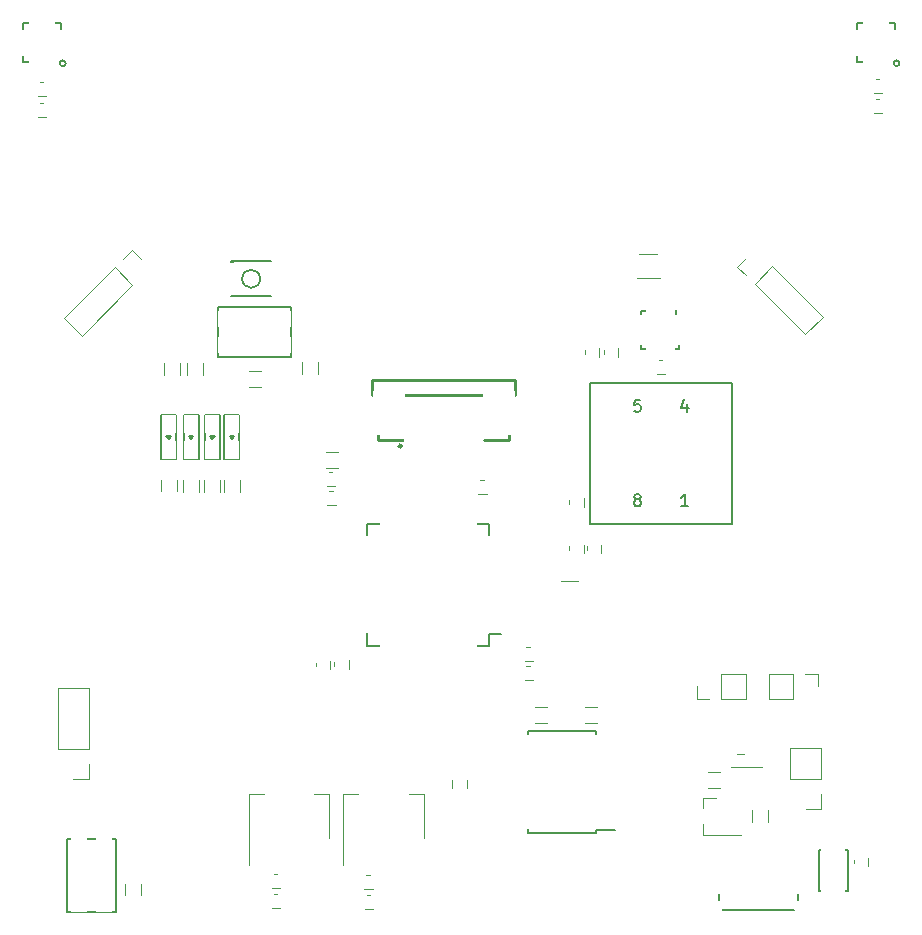
<source format=gto>
G04 #@! TF.GenerationSoftware,KiCad,Pcbnew,(5.0.0)*
G04 #@! TF.CreationDate,2020-04-07T20:50:25+09:00*
G04 #@! TF.ProjectId,rokisi,726F6B6973692E6B696361645F706362,rev?*
G04 #@! TF.SameCoordinates,PX41cdb40PY30a32c0*
G04 #@! TF.FileFunction,Legend,Top*
G04 #@! TF.FilePolarity,Positive*
%FSLAX46Y46*%
G04 Gerber Fmt 4.6, Leading zero omitted, Abs format (unit mm)*
G04 Created by KiCad (PCBNEW (5.0.0)) date 04/07/20 20:50:25*
%MOMM*%
%LPD*%
G01*
G04 APERTURE LIST*
%ADD10C,0.150000*%
%ADD11C,0.120000*%
%ADD12C,0.254000*%
%ADD13R,2.900000X1.400000*%
%ADD14C,1.924000*%
%ADD15R,1.300000X1.600000*%
%ADD16R,2.100000X2.100000*%
%ADD17O,2.100000X2.100000*%
%ADD18R,1.600000X1.300000*%
%ADD19R,0.700000X1.900000*%
%ADD20R,2.700000X3.700000*%
%ADD21R,1.100000X1.700000*%
%ADD22R,1.600000X1.200000*%
%ADD23R,1.900000X2.400000*%
%ADD24R,4.200000X2.400000*%
%ADD25R,2.150000X0.850000*%
%ADD26R,2.000000X0.650000*%
%ADD27R,0.650000X2.000000*%
%ADD28R,2.300000X1.200000*%
%ADD29R,1.600000X1.150000*%
%ADD30R,2.400000X2.000000*%
%ADD31R,1.150000X1.600000*%
%ADD32O,1.750000X1.750000*%
%ADD33R,1.750000X1.750000*%
%ADD34R,1.700000X1.300000*%
%ADD35R,1.400000X2.900000*%
%ADD36R,1.200000X1.400000*%
%ADD37C,1.750000*%
%ADD38C,1.750000*%
%ADD39C,0.100000*%
%ADD40R,2.100000X1.400000*%
%ADD41R,2.000000X1.400000*%
%ADD42R,1.400000X2.000000*%
%ADD43R,3.000000X1.000000*%
%ADD44O,1.350000X0.700000*%
%ADD45O,0.700000X1.350000*%
%ADD46R,0.600000X1.100000*%
%ADD47R,1.100000X0.600000*%
G04 APERTURE END LIST*
D10*
G04 #@! TO.C,U12*
X63400000Y-35300000D02*
X63400000Y-47300000D01*
X63400000Y-47300000D02*
X51400000Y-47300000D01*
X51400000Y-47300000D02*
X51400000Y-35300000D01*
X51400000Y-35300000D02*
X63400000Y-35300000D01*
G04 #@! TO.C,D4*
X18252930Y-41744366D02*
X18252930Y-38061366D01*
X18252930Y-41744366D02*
X16982930Y-41744366D01*
X16982930Y-41744366D02*
X16982930Y-38124866D01*
X16982930Y-38124866D02*
X16982930Y-38061366D01*
X16982930Y-38061366D02*
X18252930Y-38061366D01*
X17617930Y-40029866D02*
X17617930Y-39775866D01*
X17427430Y-39775866D02*
X17617930Y-40093366D01*
X17617930Y-40093366D02*
X17808430Y-39775866D01*
X17808430Y-39775866D02*
X17427430Y-39775866D01*
G04 #@! TO.C,D3*
X21702930Y-41744366D02*
X21702930Y-38061366D01*
X21702930Y-41744366D02*
X20432930Y-41744366D01*
X20432930Y-41744366D02*
X20432930Y-38124866D01*
X20432930Y-38124866D02*
X20432930Y-38061366D01*
X20432930Y-38061366D02*
X21702930Y-38061366D01*
X21067930Y-40029866D02*
X21067930Y-39775866D01*
X20877430Y-39775866D02*
X21067930Y-40093366D01*
X21067930Y-40093366D02*
X21258430Y-39775866D01*
X21258430Y-39775866D02*
X20877430Y-39775866D01*
G04 #@! TO.C,D5*
X19608430Y-39775866D02*
X19227430Y-39775866D01*
X19417930Y-40093366D02*
X19608430Y-39775866D01*
X19227430Y-39775866D02*
X19417930Y-40093366D01*
X19417930Y-40029866D02*
X19417930Y-39775866D01*
X18782930Y-38061366D02*
X20052930Y-38061366D01*
X18782930Y-38124866D02*
X18782930Y-38061366D01*
X18782930Y-41744366D02*
X18782930Y-38124866D01*
X20052930Y-41744366D02*
X18782930Y-41744366D01*
X20052930Y-41744366D02*
X20052930Y-38061366D01*
G04 #@! TO.C,D6*
X15908430Y-39775866D02*
X15527430Y-39775866D01*
X15717930Y-40093366D02*
X15908430Y-39775866D01*
X15527430Y-39775866D02*
X15717930Y-40093366D01*
X15717930Y-40029866D02*
X15717930Y-39775866D01*
X15082930Y-38061366D02*
X16352930Y-38061366D01*
X15082930Y-38124866D02*
X15082930Y-38061366D01*
X15082930Y-41744366D02*
X15082930Y-38124866D01*
X16352930Y-41744366D02*
X15082930Y-41744366D01*
X16352930Y-41744366D02*
X16352930Y-38061366D01*
D11*
G04 #@! TO.C,R14*
X20387930Y-44552866D02*
X20387930Y-43552866D01*
X21747930Y-43552866D02*
X21747930Y-44552866D01*
G04 #@! TO.C,R15*
X16937930Y-44552866D02*
X16937930Y-43552866D01*
X18297930Y-43552866D02*
X18297930Y-44552866D01*
G04 #@! TO.C,R16*
X20097930Y-43552866D02*
X20097930Y-44552866D01*
X18737930Y-44552866D02*
X18737930Y-43552866D01*
G04 #@! TO.C,R17*
X15037930Y-44502866D02*
X15037930Y-43502866D01*
X16397930Y-43502866D02*
X16397930Y-44502866D01*
G04 #@! TO.C,CN1*
X70980000Y-66230000D02*
X68320000Y-66230000D01*
X70980000Y-68830000D02*
X70980000Y-66230000D01*
X68320000Y-68830000D02*
X68320000Y-66230000D01*
X70980000Y-68830000D02*
X68320000Y-68830000D01*
X70980000Y-70100000D02*
X70980000Y-71430000D01*
X70980000Y-71430000D02*
X69650000Y-71430000D01*
G04 #@! TO.C,D1*
X65950000Y-67800000D02*
X65950000Y-66700000D01*
X65950000Y-66700000D02*
X63350000Y-66700000D01*
X65950000Y-67800000D02*
X63350000Y-67800000D01*
D12*
G04 #@! TO.C,J4*
X32950000Y-36375000D02*
X32950000Y-35075000D01*
X32950000Y-35075000D02*
X45050000Y-35075000D01*
X45050000Y-35075000D02*
X45050000Y-36375000D01*
X44550000Y-40143000D02*
X42381000Y-40143000D01*
X35619000Y-40143000D02*
X33412000Y-40143000D01*
X33412000Y-40143000D02*
X33412000Y-39706000D01*
X32950000Y-36375000D02*
X32969000Y-36375000D01*
X35731000Y-36375000D02*
X42269000Y-36375000D01*
X45031000Y-36375000D02*
X45050000Y-36375000D01*
X44550000Y-40143000D02*
X44550000Y-39706000D01*
X35444000Y-40651000D02*
G75*
G03X35444000Y-40651000I-127000J0D01*
G01*
D11*
G04 #@! TO.C,R2*
X66430000Y-71500000D02*
X66430000Y-72500000D01*
X65070000Y-72500000D02*
X65070000Y-71500000D01*
G04 #@! TO.C,R4*
X61400000Y-68220000D02*
X62400000Y-68220000D01*
X62400000Y-69580000D02*
X61400000Y-69580000D01*
D10*
G04 #@! TO.C,U1*
X62590000Y-79976000D02*
X68690000Y-79976000D01*
X62290000Y-78576000D02*
X62290000Y-79176000D01*
X68990000Y-78576000D02*
X68990000Y-79176000D01*
D11*
G04 #@! TO.C,U2*
X30490000Y-76100000D02*
X30490000Y-70090000D01*
X37310000Y-73850000D02*
X37310000Y-70090000D01*
X30490000Y-70090000D02*
X31750000Y-70090000D01*
X37310000Y-70090000D02*
X36050000Y-70090000D01*
G04 #@! TO.C,U3*
X29310000Y-70090000D02*
X28050000Y-70090000D01*
X22490000Y-70090000D02*
X23750000Y-70090000D01*
X29310000Y-73850000D02*
X29310000Y-70090000D01*
X22490000Y-76100000D02*
X22490000Y-70090000D01*
D10*
G04 #@! TO.C,U7*
X51875000Y-73425000D02*
X51875000Y-73200000D01*
X46125000Y-73425000D02*
X46125000Y-73125000D01*
X46125000Y-64775000D02*
X46125000Y-65075000D01*
X51875000Y-64775000D02*
X51875000Y-65075000D01*
X51875000Y-73425000D02*
X46125000Y-73425000D01*
X51875000Y-64775000D02*
X46125000Y-64775000D01*
X51875000Y-73200000D02*
X53475000Y-73200000D01*
G04 #@! TO.C,U8*
X42875000Y-57575000D02*
X42875000Y-56575000D01*
X32525000Y-57575000D02*
X32525000Y-56500000D01*
X32525000Y-47225000D02*
X32525000Y-48300000D01*
X42875000Y-47225000D02*
X42875000Y-48300000D01*
X42875000Y-57575000D02*
X41800000Y-57575000D01*
X42875000Y-47225000D02*
X41800000Y-47225000D01*
X32525000Y-47225000D02*
X33600000Y-47225000D01*
X32525000Y-57575000D02*
X33600000Y-57575000D01*
X42875000Y-56575000D02*
X43900000Y-56575000D01*
D11*
G04 #@! TO.C,Q1*
X60990000Y-70420000D02*
X60990000Y-71350000D01*
X60990000Y-73580000D02*
X60990000Y-72650000D01*
X60990000Y-73580000D02*
X64150000Y-73580000D01*
X60990000Y-70420000D02*
X62450000Y-70420000D01*
G04 #@! TO.C,C1*
X45853980Y-59256809D02*
X46553980Y-59256809D01*
X46553980Y-60456809D02*
X45853980Y-60456809D01*
G04 #@! TO.C,C2*
X45853980Y-57656809D02*
X46553980Y-57656809D01*
X46553980Y-58856809D02*
X45853980Y-58856809D01*
G04 #@! TO.C,C3*
X32350000Y-78700000D02*
X33050000Y-78700000D01*
X33050000Y-79900000D02*
X32350000Y-79900000D01*
G04 #@! TO.C,C4*
X33000000Y-78200000D02*
X32300000Y-78200000D01*
X32300000Y-77000000D02*
X33000000Y-77000000D01*
G04 #@! TO.C,C5*
X25150000Y-79800000D02*
X24450000Y-79800000D01*
X24450000Y-78600000D02*
X25150000Y-78600000D01*
G04 #@! TO.C,C6*
X24450000Y-76900000D02*
X25150000Y-76900000D01*
X25150000Y-78100000D02*
X24450000Y-78100000D01*
G04 #@! TO.C,C7*
X55350000Y-26470000D02*
X57350000Y-26470000D01*
X57350000Y-24430000D02*
X55350000Y-24430000D01*
G04 #@! TO.C,C8*
X29750000Y-59500000D02*
X29750000Y-58800000D01*
X30950000Y-58800000D02*
X30950000Y-59500000D01*
G04 #@! TO.C,C9*
X28200000Y-59550000D02*
X28200000Y-58850000D01*
X29400000Y-58850000D02*
X29400000Y-59550000D01*
G04 #@! TO.C,C10*
X74950000Y-75550000D02*
X74950000Y-76250000D01*
X73750000Y-76250000D02*
X73750000Y-75550000D01*
G04 #@! TO.C,C11*
X51150000Y-49700000D02*
X51150000Y-49000000D01*
X52350000Y-49000000D02*
X52350000Y-49700000D01*
G04 #@! TO.C,C12*
X50850000Y-49000000D02*
X50850000Y-49700000D01*
X49650000Y-49700000D02*
X49650000Y-49000000D01*
G04 #@! TO.C,C13*
X75450000Y-11300000D02*
X76150000Y-11300000D01*
X76150000Y-12500000D02*
X75450000Y-12500000D01*
G04 #@! TO.C,C14*
X4650000Y-11600000D02*
X5350000Y-11600000D01*
X5350000Y-12800000D02*
X4650000Y-12800000D01*
G04 #@! TO.C,C15*
X75450000Y-9600000D02*
X76150000Y-9600000D01*
X76150000Y-10800000D02*
X75450000Y-10800000D01*
G04 #@! TO.C,C16*
X29800000Y-44050000D02*
X29100000Y-44050000D01*
X29100000Y-42850000D02*
X29800000Y-42850000D01*
G04 #@! TO.C,C17*
X29850000Y-45650000D02*
X29150000Y-45650000D01*
X29150000Y-44450000D02*
X29850000Y-44450000D01*
G04 #@! TO.C,C18*
X4650000Y-9800000D02*
X5350000Y-9800000D01*
X5350000Y-11000000D02*
X4650000Y-11000000D01*
G04 #@! TO.C,C19*
X41950000Y-43500000D02*
X42650000Y-43500000D01*
X42650000Y-44700000D02*
X41950000Y-44700000D01*
G04 #@! TO.C,C20*
X49650000Y-45800000D02*
X49650000Y-45100000D01*
X50850000Y-45100000D02*
X50850000Y-45800000D01*
G04 #@! TO.C,C21*
X53800000Y-32400000D02*
X53800000Y-33100000D01*
X52600000Y-33100000D02*
X52600000Y-32400000D01*
G04 #@! TO.C,C22*
X57050000Y-33400000D02*
X57750000Y-33400000D01*
X57750000Y-34600000D02*
X57050000Y-34600000D01*
G04 #@! TO.C,C23*
X50950000Y-33100000D02*
X50950000Y-32400000D01*
X52150000Y-32400000D02*
X52150000Y-33100000D01*
G04 #@! TO.C,CN2*
X70660000Y-59940000D02*
X70660000Y-61000000D01*
X69600000Y-59940000D02*
X70660000Y-59940000D01*
X68600000Y-59940000D02*
X68600000Y-62060000D01*
X68600000Y-62060000D02*
X66540000Y-62060000D01*
X68600000Y-59940000D02*
X66540000Y-59940000D01*
X66540000Y-59940000D02*
X66540000Y-62060000D01*
G04 #@! TO.C,CN3*
X64560000Y-62060000D02*
X64560000Y-59940000D01*
X62500000Y-62060000D02*
X64560000Y-62060000D01*
X62500000Y-59940000D02*
X64560000Y-59940000D01*
X62500000Y-62060000D02*
X62500000Y-59940000D01*
X61500000Y-62060000D02*
X60440000Y-62060000D01*
X60440000Y-62060000D02*
X60440000Y-61000000D01*
D10*
G04 #@! TO.C,D2*
X21000000Y-25000000D02*
X21000000Y-25254000D01*
X21000000Y-25254000D02*
X21254000Y-25000000D01*
X21000000Y-25000000D02*
X21254000Y-25000000D01*
X21200000Y-25000000D02*
X21000000Y-25200000D01*
X23461577Y-26500000D02*
G75*
G03X23461577Y-26500000I-761577J0D01*
G01*
X21000000Y-25000000D02*
X24400000Y-25000000D01*
X24400000Y-28000000D02*
X21000000Y-28000000D01*
D11*
G04 #@! TO.C,J8*
X12614214Y-24086720D02*
X13363747Y-24836253D01*
X11864681Y-24836253D02*
X12614214Y-24086720D01*
X11157574Y-25543360D02*
X12656640Y-27042426D01*
X12656640Y-27042426D02*
X8371573Y-31327493D01*
X11157574Y-25543360D02*
X6872507Y-29828427D01*
X6872507Y-29828427D02*
X8371573Y-31327493D01*
G04 #@! TO.C,J11*
X69614214Y-31213280D02*
X71113280Y-29714214D01*
X65329147Y-26928213D02*
X69614214Y-31213280D01*
X66828213Y-25429147D02*
X71113280Y-29714214D01*
X65329147Y-26928213D02*
X66828213Y-25429147D01*
X64622040Y-26221106D02*
X63872507Y-25471573D01*
X63872507Y-25471573D02*
X64622040Y-24722040D01*
G04 #@! TO.C,J12*
X8980000Y-61140000D02*
X6320000Y-61140000D01*
X8980000Y-66280000D02*
X8980000Y-61140000D01*
X6320000Y-66280000D02*
X6320000Y-61140000D01*
X8980000Y-66280000D02*
X6320000Y-66280000D01*
X8980000Y-67550000D02*
X8980000Y-68880000D01*
X8980000Y-68880000D02*
X7650000Y-68880000D01*
G04 #@! TO.C,R3*
X46750000Y-62770000D02*
X47750000Y-62770000D01*
X47750000Y-64130000D02*
X46750000Y-64130000D01*
G04 #@! TO.C,R5*
X51950000Y-64130000D02*
X50950000Y-64130000D01*
X50950000Y-62770000D02*
X51950000Y-62770000D01*
G04 #@! TO.C,R8*
X30050000Y-42530000D02*
X29050000Y-42530000D01*
X29050000Y-41170000D02*
X30050000Y-41170000D01*
G04 #@! TO.C,R9*
X22500000Y-34320000D02*
X23500000Y-34320000D01*
X23500000Y-35680000D02*
X22500000Y-35680000D01*
G04 #@! TO.C,R10*
X16680000Y-33650001D02*
X16680000Y-34650001D01*
X15320000Y-34650001D02*
X15320000Y-33650001D01*
G04 #@! TO.C,R11*
X28380000Y-33550000D02*
X28380000Y-34550000D01*
X27020000Y-34550000D02*
X27020000Y-33550000D01*
G04 #@! TO.C,R12*
X13380000Y-77700000D02*
X13380000Y-78700000D01*
X12020000Y-78700000D02*
X12020000Y-77700000D01*
G04 #@! TO.C,R13*
X17270000Y-34650000D02*
X17270000Y-33650000D01*
X18630000Y-33650000D02*
X18630000Y-34650000D01*
D10*
G04 #@! TO.C,SW1*
X73200000Y-74900000D02*
X72950000Y-74900000D01*
X73250000Y-74900000D02*
X73250000Y-78300000D01*
X73250000Y-78300000D02*
X72950000Y-78300000D01*
X73150000Y-74900000D02*
X73250000Y-74900000D01*
X70750000Y-78300000D02*
X70750000Y-74900000D01*
X70750000Y-74900000D02*
X71050000Y-74900000D01*
X70750000Y-78300000D02*
X71050000Y-78300000D01*
G04 #@! TO.C,SW2*
X19900000Y-28900000D02*
X26100000Y-28900000D01*
X26100000Y-28900000D02*
X26100000Y-33100000D01*
X26100000Y-33100000D02*
X19900000Y-33100000D01*
X19900000Y-33100000D02*
X19900000Y-28900000D01*
G04 #@! TO.C,SW3*
X11300000Y-80100000D02*
X7100000Y-80100000D01*
X11300000Y-73900000D02*
X11300000Y-80100000D01*
X7100000Y-73900000D02*
X11300000Y-73900000D01*
X7100000Y-80100000D02*
X7100000Y-73900000D01*
G04 #@! TO.C,U4*
X48900000Y-52200000D02*
X50500000Y-52200000D01*
X48900000Y-55600000D02*
X50500000Y-55600000D01*
G04 #@! TO.C,U9*
X77600000Y-8250000D02*
G75*
G03X77600000Y-8250000I-250000J0D01*
G01*
X73975000Y-8125000D02*
X73975000Y-7625000D01*
X77225000Y-4875000D02*
X77225000Y-5375000D01*
X73975000Y-4875000D02*
X73975000Y-5375000D01*
X77225000Y-4875000D02*
X76725000Y-4875000D01*
X73975000Y-4875000D02*
X74475000Y-4875000D01*
X73975000Y-8125000D02*
X74475000Y-8125000D01*
G04 #@! TO.C,U10*
X3375000Y-8125000D02*
X3875000Y-8125000D01*
X3375000Y-4875000D02*
X3875000Y-4875000D01*
X6625000Y-4875000D02*
X6125000Y-4875000D01*
X3375000Y-4875000D02*
X3375000Y-5375000D01*
X6625000Y-4875000D02*
X6625000Y-5375000D01*
X3375000Y-8125000D02*
X3375000Y-7625000D01*
X7000000Y-8250000D02*
G75*
G03X7000000Y-8250000I-250000J0D01*
G01*
G04 #@! TO.C,U11*
X55750000Y-29250000D02*
X56150000Y-29250000D01*
X55750000Y-29250000D02*
X55750000Y-29650000D01*
X55750000Y-32450000D02*
X56150000Y-32450000D01*
X55750000Y-32450000D02*
X55750000Y-32050000D01*
X58950000Y-32450000D02*
X58550000Y-32450000D01*
X58950000Y-32450000D02*
X58950000Y-32050000D01*
X58650000Y-29150000D02*
X58650000Y-29550000D01*
D11*
G04 #@! TO.C,C24*
X40950000Y-68900000D02*
X40950000Y-69600000D01*
X39750000Y-69600000D02*
X39750000Y-68900000D01*
G04 #@! TO.C,U12*
D10*
X55304761Y-45180952D02*
X55209523Y-45133333D01*
X55161904Y-45085714D01*
X55114285Y-44990476D01*
X55114285Y-44942857D01*
X55161904Y-44847619D01*
X55209523Y-44800000D01*
X55304761Y-44752380D01*
X55495238Y-44752380D01*
X55590476Y-44800000D01*
X55638095Y-44847619D01*
X55685714Y-44942857D01*
X55685714Y-44990476D01*
X55638095Y-45085714D01*
X55590476Y-45133333D01*
X55495238Y-45180952D01*
X55304761Y-45180952D01*
X55209523Y-45228571D01*
X55161904Y-45276190D01*
X55114285Y-45371428D01*
X55114285Y-45561904D01*
X55161904Y-45657142D01*
X55209523Y-45704761D01*
X55304761Y-45752380D01*
X55495238Y-45752380D01*
X55590476Y-45704761D01*
X55638095Y-45657142D01*
X55685714Y-45561904D01*
X55685714Y-45371428D01*
X55638095Y-45276190D01*
X55590476Y-45228571D01*
X55495238Y-45180952D01*
X55638095Y-36752380D02*
X55161904Y-36752380D01*
X55114285Y-37228571D01*
X55161904Y-37180952D01*
X55257142Y-37133333D01*
X55495238Y-37133333D01*
X55590476Y-37180952D01*
X55638095Y-37228571D01*
X55685714Y-37323809D01*
X55685714Y-37561904D01*
X55638095Y-37657142D01*
X55590476Y-37704761D01*
X55495238Y-37752380D01*
X55257142Y-37752380D01*
X55161904Y-37704761D01*
X55114285Y-37657142D01*
X59590476Y-37085714D02*
X59590476Y-37752380D01*
X59352380Y-36704761D02*
X59114285Y-37419047D01*
X59733333Y-37419047D01*
X59685714Y-45752380D02*
X59114285Y-45752380D01*
X59400000Y-45752380D02*
X59400000Y-44752380D01*
X59304761Y-44895238D01*
X59209523Y-44990476D01*
X59114285Y-45038095D01*
G04 #@! TD*
%LPC*%
D13*
G04 #@! TO.C,J1*
X7250000Y-16400000D03*
X2750000Y-16400000D03*
G04 #@! TD*
D14*
G04 #@! TO.C,U12*
X61400000Y-44920000D03*
X61400000Y-42380000D03*
X61400000Y-39840000D03*
X61400000Y-37300000D03*
X53780000Y-37300000D03*
X53780000Y-39840000D03*
X53780000Y-42380000D03*
X53780000Y-44920000D03*
G04 #@! TD*
D15*
G04 #@! TO.C,D4*
X17617930Y-41002866D03*
X17617930Y-38802866D03*
G04 #@! TD*
G04 #@! TO.C,D3*
X21067930Y-41002866D03*
X21067930Y-38802866D03*
G04 #@! TD*
G04 #@! TO.C,D5*
X19417930Y-38802866D03*
X19417930Y-41002866D03*
G04 #@! TD*
G04 #@! TO.C,D6*
X15717930Y-38802866D03*
X15717930Y-41002866D03*
G04 #@! TD*
G04 #@! TO.C,R14*
X21067930Y-42952866D03*
X21067930Y-45152866D03*
G04 #@! TD*
G04 #@! TO.C,R15*
X17617930Y-42952866D03*
X17617930Y-45152866D03*
G04 #@! TD*
G04 #@! TO.C,R16*
X19417930Y-45152866D03*
X19417930Y-42952866D03*
G04 #@! TD*
G04 #@! TO.C,R17*
X15717930Y-42902866D03*
X15717930Y-45102866D03*
G04 #@! TD*
D16*
G04 #@! TO.C,CN1*
X69650000Y-70100000D03*
D17*
X69650000Y-67560000D03*
G04 #@! TD*
D18*
G04 #@! TO.C,D1*
X65250000Y-67250000D03*
X63050000Y-67250000D03*
G04 #@! TD*
D19*
G04 #@! TO.C,J4*
X36000000Y-40275000D03*
X36500000Y-40275000D03*
X37000000Y-40275000D03*
X37500000Y-40275000D03*
X38000000Y-40275000D03*
X38500000Y-40275000D03*
D20*
X43650000Y-37825000D03*
X34350000Y-37825000D03*
D19*
X39000000Y-40275000D03*
X40000000Y-40275000D03*
X40500000Y-40275000D03*
X39500000Y-40275000D03*
X41000000Y-40275000D03*
X41500000Y-40275000D03*
X42000000Y-40275000D03*
G04 #@! TD*
D15*
G04 #@! TO.C,R2*
X65750000Y-73100000D03*
X65750000Y-70900000D03*
G04 #@! TD*
D18*
G04 #@! TO.C,R4*
X63000000Y-68900000D03*
X60800000Y-68900000D03*
G04 #@! TD*
D21*
G04 #@! TO.C,U1*
X63290000Y-77276000D03*
X66290000Y-77276000D03*
X67790000Y-77276000D03*
D22*
X69490000Y-77976000D03*
X61790000Y-77976000D03*
X69490000Y-79776000D03*
X61790000Y-79776000D03*
D14*
X67100000Y-78900000D03*
X64052000Y-78900000D03*
G04 #@! TD*
D23*
G04 #@! TO.C,U2*
X31600000Y-75150000D03*
X36200000Y-75150000D03*
X33900000Y-75150000D03*
D24*
X33900000Y-68850000D03*
G04 #@! TD*
G04 #@! TO.C,U3*
X25900000Y-68850000D03*
D23*
X25900000Y-75150000D03*
X28200000Y-75150000D03*
X23600000Y-75150000D03*
G04 #@! TD*
D25*
G04 #@! TO.C,U7*
X52600000Y-72675000D03*
X52600000Y-72025000D03*
X52600000Y-71375000D03*
X52600000Y-70725000D03*
X52600000Y-70075000D03*
X52600000Y-69425000D03*
X52600000Y-68775000D03*
X52600000Y-68125000D03*
X52600000Y-67475000D03*
X52600000Y-66825000D03*
X52600000Y-66175000D03*
X52600000Y-65525000D03*
X45400000Y-65525000D03*
X45400000Y-66175000D03*
X45400000Y-66825000D03*
X45400000Y-67475000D03*
X45400000Y-68125000D03*
X45400000Y-68775000D03*
X45400000Y-69425000D03*
X45400000Y-70075000D03*
X45400000Y-70725000D03*
X45400000Y-71375000D03*
X45400000Y-72025000D03*
X45400000Y-72675000D03*
G04 #@! TD*
D26*
G04 #@! TO.C,U8*
X43450000Y-56150000D03*
X43450000Y-55650000D03*
X43450000Y-55150000D03*
X43450000Y-54650000D03*
X43450000Y-54150000D03*
X43450000Y-53650000D03*
X43450000Y-53150000D03*
X43450000Y-52650000D03*
X43450000Y-52150000D03*
X43450000Y-51650000D03*
X43450000Y-51150000D03*
X43450000Y-50650000D03*
X43450000Y-50150000D03*
X43450000Y-49650000D03*
X43450000Y-49150000D03*
X43450000Y-48650000D03*
D27*
X41450000Y-46650000D03*
X40950000Y-46650000D03*
X40450000Y-46650000D03*
X39950000Y-46650000D03*
X39450000Y-46650000D03*
X38950000Y-46650000D03*
X38450000Y-46650000D03*
X37950000Y-46650000D03*
X37450000Y-46650000D03*
X36950000Y-46650000D03*
X36450000Y-46650000D03*
X35950000Y-46650000D03*
X35450000Y-46650000D03*
X34950000Y-46650000D03*
X34450000Y-46650000D03*
X33950000Y-46650000D03*
D26*
X31950000Y-48650000D03*
X31950000Y-49150000D03*
X31950000Y-49650000D03*
X31950000Y-50150000D03*
X31950000Y-50650000D03*
X31950000Y-51150000D03*
X31950000Y-51650000D03*
X31950000Y-52150000D03*
X31950000Y-52650000D03*
X31950000Y-53150000D03*
X31950000Y-53650000D03*
X31950000Y-54150000D03*
X31950000Y-54650000D03*
X31950000Y-55150000D03*
X31950000Y-55650000D03*
X31950000Y-56150000D03*
D27*
X33950000Y-58150000D03*
X34450000Y-58150000D03*
X34950000Y-58150000D03*
X35450000Y-58150000D03*
X35950000Y-58150000D03*
X36450000Y-58150000D03*
X36950000Y-58150000D03*
X37450000Y-58150000D03*
X37950000Y-58150000D03*
X38450000Y-58150000D03*
X38950000Y-58150000D03*
X39450000Y-58150000D03*
X39950000Y-58150000D03*
X40450000Y-58150000D03*
X40950000Y-58150000D03*
X41450000Y-58150000D03*
G04 #@! TD*
D28*
G04 #@! TO.C,Q1*
X63250000Y-72950000D03*
X63250000Y-71050000D03*
X60250000Y-72000000D03*
G04 #@! TD*
D29*
G04 #@! TO.C,C1*
X45253980Y-59856809D03*
X47153980Y-59856809D03*
G04 #@! TD*
G04 #@! TO.C,C2*
X45253980Y-58256809D03*
X47153980Y-58256809D03*
G04 #@! TD*
G04 #@! TO.C,C3*
X31750000Y-79300000D03*
X33650000Y-79300000D03*
G04 #@! TD*
G04 #@! TO.C,C4*
X33600000Y-77600000D03*
X31700000Y-77600000D03*
G04 #@! TD*
G04 #@! TO.C,C5*
X25750000Y-79200000D03*
X23850000Y-79200000D03*
G04 #@! TD*
G04 #@! TO.C,C6*
X23850000Y-77500000D03*
X25750000Y-77500000D03*
G04 #@! TD*
D30*
G04 #@! TO.C,C7*
X58350000Y-25450000D03*
X54350000Y-25450000D03*
G04 #@! TD*
D31*
G04 #@! TO.C,C8*
X30350000Y-60100000D03*
X30350000Y-58200000D03*
G04 #@! TD*
G04 #@! TO.C,C9*
X28800000Y-60150000D03*
X28800000Y-58250000D03*
G04 #@! TD*
G04 #@! TO.C,C10*
X74350000Y-74950000D03*
X74350000Y-76850000D03*
G04 #@! TD*
G04 #@! TO.C,C11*
X51750000Y-50300000D03*
X51750000Y-48400000D03*
G04 #@! TD*
G04 #@! TO.C,C12*
X50250000Y-48400000D03*
X50250000Y-50300000D03*
G04 #@! TD*
D29*
G04 #@! TO.C,C13*
X74850000Y-11900000D03*
X76750000Y-11900000D03*
G04 #@! TD*
G04 #@! TO.C,C14*
X4050000Y-12200000D03*
X5950000Y-12200000D03*
G04 #@! TD*
G04 #@! TO.C,C15*
X74850000Y-10200000D03*
X76750000Y-10200000D03*
G04 #@! TD*
G04 #@! TO.C,C16*
X30400000Y-43450000D03*
X28500000Y-43450000D03*
G04 #@! TD*
G04 #@! TO.C,C17*
X30450000Y-45050000D03*
X28550000Y-45050000D03*
G04 #@! TD*
G04 #@! TO.C,C18*
X4050000Y-10400000D03*
X5950000Y-10400000D03*
G04 #@! TD*
G04 #@! TO.C,C19*
X41350000Y-44100000D03*
X43250000Y-44100000D03*
G04 #@! TD*
D31*
G04 #@! TO.C,C20*
X50250000Y-46400000D03*
X50250000Y-44500000D03*
G04 #@! TD*
G04 #@! TO.C,C21*
X53200000Y-31800000D03*
X53200000Y-33700000D03*
G04 #@! TD*
D29*
G04 #@! TO.C,C22*
X56450000Y-34000000D03*
X58350000Y-34000000D03*
G04 #@! TD*
D31*
G04 #@! TO.C,C23*
X51550000Y-33700000D03*
X51550000Y-31800000D03*
G04 #@! TD*
D32*
G04 #@! TO.C,CN2*
X67600000Y-61000000D03*
D33*
X69600000Y-61000000D03*
G04 #@! TD*
G04 #@! TO.C,CN3*
X61500000Y-61000000D03*
D32*
X63500000Y-61000000D03*
G04 #@! TD*
D34*
G04 #@! TO.C,D2*
X20450000Y-25750000D03*
X20450000Y-27200000D03*
X24900000Y-25800000D03*
X24900000Y-27200000D03*
G04 #@! TD*
D13*
G04 #@! TO.C,J3*
X77850000Y-16400000D03*
X73350000Y-16400000D03*
G04 #@! TD*
D35*
G04 #@! TO.C,J6*
X6900000Y-37850000D03*
X6900000Y-42350000D03*
G04 #@! TD*
D36*
G04 #@! TO.C,J7*
X68900000Y-37700000D03*
X68900000Y-39200000D03*
X68900000Y-41000000D03*
X68900000Y-42500000D03*
G04 #@! TD*
D37*
G04 #@! TO.C,J8*
X8371573Y-29828427D03*
D38*
X8371573Y-29828427D02*
X8371573Y-29828427D01*
D37*
X9785787Y-28414213D03*
D38*
X9785787Y-28414213D02*
X9785787Y-28414213D01*
D37*
X11200000Y-27000000D03*
D38*
X11200000Y-27000000D02*
X11200000Y-27000000D01*
D37*
X12614214Y-25585786D03*
D39*
G36*
X11376777Y-25585786D02*
X12614214Y-24348349D01*
X13851651Y-25585786D01*
X12614214Y-26823223D01*
X11376777Y-25585786D01*
X11376777Y-25585786D01*
G37*
G04 #@! TD*
D35*
G04 #@! TO.C,J9*
X71100000Y-42350000D03*
X71100000Y-37850000D03*
G04 #@! TD*
D36*
G04 #@! TO.C,J10*
X9100000Y-37700000D03*
X9100000Y-39200000D03*
X9100000Y-41000000D03*
X9100000Y-42500000D03*
G04 #@! TD*
D37*
G04 #@! TO.C,J11*
X65371573Y-25471573D03*
D39*
G36*
X65371573Y-26709010D02*
X64134136Y-25471573D01*
X65371573Y-24234136D01*
X66609010Y-25471573D01*
X65371573Y-26709010D01*
X65371573Y-26709010D01*
G37*
D37*
X66785787Y-26885787D03*
D38*
X66785787Y-26885787D02*
X66785787Y-26885787D01*
D37*
X68200000Y-28300000D03*
D38*
X68200000Y-28300000D02*
X68200000Y-28300000D01*
D37*
X69614214Y-29714214D03*
D38*
X69614214Y-29714214D02*
X69614214Y-29714214D01*
G04 #@! TD*
D16*
G04 #@! TO.C,J12*
X7650000Y-67550000D03*
D17*
X7650000Y-65010000D03*
X7650000Y-62470000D03*
G04 #@! TD*
D18*
G04 #@! TO.C,R3*
X48350000Y-63450000D03*
X46150000Y-63450000D03*
G04 #@! TD*
G04 #@! TO.C,R5*
X50350000Y-63450000D03*
X52550000Y-63450000D03*
G04 #@! TD*
G04 #@! TO.C,R8*
X28450000Y-41850000D03*
X30650000Y-41850000D03*
G04 #@! TD*
G04 #@! TO.C,R9*
X24100000Y-35000000D03*
X21900000Y-35000000D03*
G04 #@! TD*
D15*
G04 #@! TO.C,R10*
X16000000Y-35250001D03*
X16000000Y-33050001D03*
G04 #@! TD*
G04 #@! TO.C,R11*
X27700000Y-35150000D03*
X27700000Y-32950000D03*
G04 #@! TD*
G04 #@! TO.C,R12*
X12700000Y-79300000D03*
X12700000Y-77100000D03*
G04 #@! TD*
G04 #@! TO.C,R13*
X17950000Y-33050000D03*
X17950000Y-35250000D03*
G04 #@! TD*
D40*
G04 #@! TO.C,SW1*
X72000000Y-74950000D03*
X72000000Y-78250000D03*
G04 #@! TD*
D41*
G04 #@! TO.C,SW2*
X20900000Y-29925000D03*
X25100000Y-29925000D03*
X20900000Y-32075000D03*
X25100000Y-32075000D03*
G04 #@! TD*
D42*
G04 #@! TO.C,SW3*
X10275000Y-74900000D03*
X10275000Y-79100000D03*
X8125000Y-74900000D03*
X8125000Y-79100000D03*
G04 #@! TD*
D43*
G04 #@! TO.C,U4*
X49300000Y-55100000D03*
X49300000Y-53900000D03*
X49300000Y-52700000D03*
G04 #@! TD*
D44*
G04 #@! TO.C,U9*
X77175000Y-7250000D03*
X77175000Y-6750000D03*
X77175000Y-6250000D03*
X77175000Y-5750000D03*
D45*
X76350000Y-4925000D03*
X75850000Y-4925000D03*
X75350000Y-4925000D03*
X74850000Y-4925000D03*
D44*
X74025000Y-5750000D03*
X74025000Y-6250000D03*
X74025000Y-6750000D03*
X74025000Y-7250000D03*
D45*
X74850000Y-8075000D03*
X75350000Y-8075000D03*
X75850000Y-8075000D03*
X76350000Y-8075000D03*
G04 #@! TD*
G04 #@! TO.C,U10*
X5750000Y-8075000D03*
X5250000Y-8075000D03*
X4750000Y-8075000D03*
X4250000Y-8075000D03*
D44*
X3425000Y-7250000D03*
X3425000Y-6750000D03*
X3425000Y-6250000D03*
X3425000Y-5750000D03*
D45*
X4250000Y-4925000D03*
X4750000Y-4925000D03*
X5250000Y-4925000D03*
X5750000Y-4925000D03*
D44*
X6575000Y-5750000D03*
X6575000Y-6250000D03*
X6575000Y-6750000D03*
X6575000Y-7250000D03*
G04 #@! TD*
D46*
G04 #@! TO.C,U11*
X58350000Y-29200000D03*
X57950000Y-29200000D03*
X57550000Y-29200000D03*
X57150000Y-29200000D03*
X56750000Y-29200000D03*
X56350000Y-29200000D03*
D47*
X55700000Y-29850000D03*
X55700000Y-30250000D03*
X55700000Y-30650000D03*
X55700000Y-31050000D03*
X55700000Y-31450000D03*
X55700000Y-31850000D03*
D46*
X56350000Y-32500000D03*
X56750000Y-32500000D03*
X57150000Y-32500000D03*
X57550000Y-32500000D03*
X57950000Y-32500000D03*
X58350000Y-32500000D03*
D47*
X59000000Y-31850000D03*
X59000000Y-31450000D03*
X59000000Y-31050000D03*
X59000000Y-30650000D03*
X59000000Y-30250000D03*
X59000000Y-29850000D03*
G04 #@! TD*
D31*
G04 #@! TO.C,C24*
X40350000Y-68300000D03*
X40350000Y-70200000D03*
G04 #@! TD*
M02*

</source>
